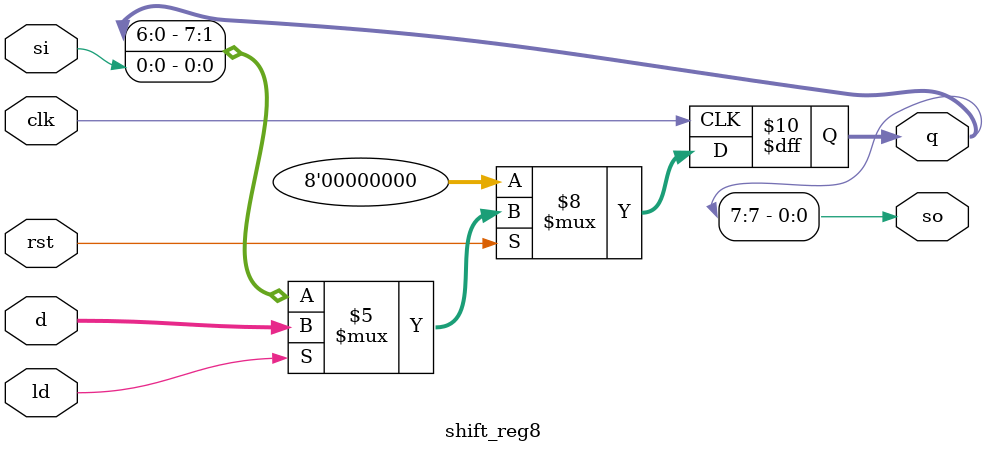
<source format=v>
`timescale 1ns / 1ps


module shift_reg8(d, si, clk, rst, ld, so, q);
    input[7:0] d;
    input si, clk, rst, ld;
    output so;
    output reg[7:0] q;

    always @(posedge clk) begin
        if(rst == 1'b0)
            q <= 8'b00000000;
        else if(ld == 1'b1)
            q <= d;
        else
            q <= {q[6:0], si};
    end

    assign so = q[7];
endmodule

</source>
